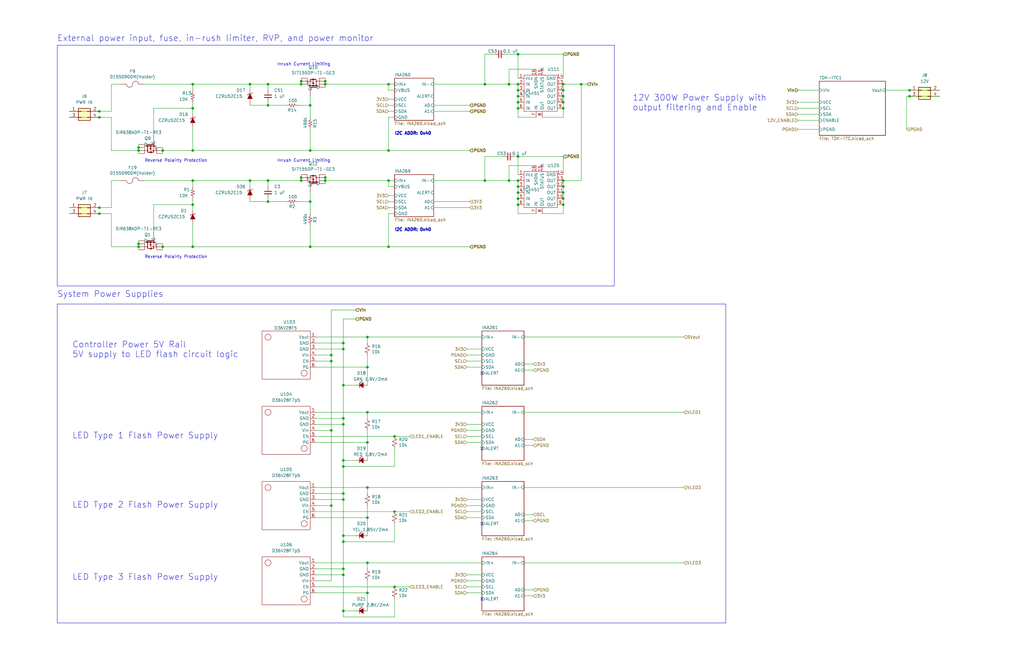
<source format=kicad_sch>
(kicad_sch (version 20230121) (generator eeschema)
  (paper "B")
  (title_block (title "BUM2 LED Controller") (date "2023-01-10") (rev "B"))
  (junction (at 237.49 81.28))
  (junction (at 154.94 237.49))
  (junction (at 218.44 81.28))
  (junction (at 218.44 40.64))
  (junction (at 130.81 44.45))
  (junction (at 237.49 45.72))
  (junction (at 144.78 147.32))
  (junction (at 41.91 87.63))
  (junction (at 218.44 78.74))
  (junction (at 214.63 35.56))
  (junction (at 127 74.93))
  (junction (at 166.37 247.65))
  (junction (at 58.42 62.23))
  (junction (at 163.83 76.2))
  (junction (at 130.81 104.14))
  (junction (at 113.03 85.09))
  (junction (at 237.49 40.64))
  (junction (at 137.16 74.93))
  (junction (at 81.28 45.72))
  (junction (at 383.54 38.1))
  (junction (at 144.78 228.6))
  (junction (at 130.81 63.5))
  (junction (at 105.41 76.2))
  (junction (at 218.44 38.1))
  (junction (at 237.49 78.74))
  (junction (at 383.54 40.64))
  (junction (at 137.16 34.29))
  (junction (at 113.03 44.45))
  (junction (at 139.7 152.4))
  (junction (at 237.49 38.1))
  (junction (at 154.94 186.69))
  (junction (at 81.28 76.2))
  (junction (at 154.94 205.74))
  (junction (at 144.78 179.07))
  (junction (at 41.91 90.17))
  (junction (at 154.94 154.94))
  (junction (at 218.44 43.18))
  (junction (at 144.78 162.56))
  (junction (at 218.44 76.2))
  (junction (at 154.94 218.44))
  (junction (at 68.58 63.5))
  (junction (at 58.42 102.87))
  (junction (at 144.78 242.57))
  (junction (at 204.47 35.56))
  (junction (at 166.37 215.9))
  (junction (at 154.94 142.24))
  (junction (at 41.91 49.53))
  (junction (at 127 34.29))
  (junction (at 144.78 240.03))
  (junction (at 127 35.56))
  (junction (at 245.11 35.56))
  (junction (at 166.37 184.15))
  (junction (at 144.78 194.31))
  (junction (at 139.7 181.61))
  (junction (at 144.78 257.81))
  (junction (at 137.16 76.2))
  (junction (at 81.28 104.14))
  (junction (at 41.91 46.99))
  (junction (at 144.78 210.82))
  (junction (at 105.41 35.56))
  (junction (at 144.78 144.78))
  (junction (at 237.49 43.18))
  (junction (at 218.44 66.04))
  (junction (at 81.28 86.36))
  (junction (at 130.81 85.09))
  (junction (at 58.42 63.5))
  (junction (at 154.94 173.99))
  (junction (at 163.83 35.56))
  (junction (at 214.63 76.2))
  (junction (at 163.83 63.5))
  (junction (at 139.7 213.36))
  (junction (at 127 76.2))
  (junction (at 154.94 250.19))
  (junction (at 81.28 35.56))
  (junction (at 218.44 22.86))
  (junction (at 113.03 35.56))
  (junction (at 68.58 104.14))
  (junction (at 58.42 104.14))
  (junction (at 81.28 63.5))
  (junction (at 137.16 35.56))
  (junction (at 139.7 149.86))
  (junction (at 218.44 45.72))
  (junction (at 218.44 83.82))
  (junction (at 144.78 226.06))
  (junction (at 237.49 86.36))
  (junction (at 144.78 176.53))
  (junction (at 144.78 196.85))
  (junction (at 237.49 35.56))
  (junction (at 113.03 76.2))
  (junction (at 144.78 208.28))
  (junction (at 204.47 76.2))
  (junction (at 163.83 104.14))
  (junction (at 237.49 83.82))
  (junction (at 218.44 86.36))
  (junction (at 218.44 35.56))
  (junction (at 237.49 76.2))
  (no_connect (at 203.2 189.23))
  (no_connect (at 228.6 69.85))
  (no_connect (at 228.6 29.21))
  (no_connect (at 203.2 157.48))
  (no_connect (at 203.2 252.73))
  (no_connect (at 203.2 220.98))
  (wire (pts (xy 139.7 130.81) (xy 139.7 149.86)))
  (wire (pts (xy 163.83 82.55) (xy 166.37 82.55)))
  (wire (pts (xy 163.83 104.14) (xy 163.83 90.17)))
  (wire (pts (xy 133.35 144.78) (xy 144.78 144.78)))
  (wire (pts (xy 166.37 189.23) (xy 166.37 196.85)))
  (wire (pts (xy 220.98 219.71) (xy 224.79 219.71)))
  (wire (pts (xy 220.98 185.42) (xy 224.79 185.42)))
  (wire (pts (xy 226.06 69.85) (xy 214.63 69.85)))
  (wire (pts (xy 245.11 35.56) (xy 247.65 35.56)))
  (wire (pts (xy 218.44 45.72) (xy 218.44 49.53)))
  (wire (pts (xy 130.81 85.09) (xy 130.81 90.17)))
  (wire (pts (xy 149.86 226.06) (xy 144.78 226.06)))
  (wire (pts (xy 81.28 35.56) (xy 105.41 35.56)))
  (polyline (pts (xy 24.13 19.05) (xy 24.13 120.65)))
  (wire (pts (xy 113.03 43.18) (xy 113.03 44.45)))
  (wire (pts (xy 220.98 173.99) (xy 288.29 173.99)))
  (wire (pts (xy 218.44 66.04) (xy 218.44 73.66)))
  (wire (pts (xy 29.21 87.63) (xy 41.91 87.63)))
  (wire (pts (xy 58.42 101.6) (xy 58.42 102.87)))
  (wire (pts (xy 336.55 45.72) (xy 345.44 45.72)))
  (wire (pts (xy 133.35 247.65) (xy 166.37 247.65)))
  (wire (pts (xy 81.28 86.36) (xy 64.77 86.36)))
  (wire (pts (xy 163.83 78.74) (xy 163.83 76.2)))
  (wire (pts (xy 154.94 142.24) (xy 203.2 142.24)))
  (wire (pts (xy 144.78 196.85) (xy 166.37 196.85)))
  (wire (pts (xy 154.94 186.69) (xy 154.94 194.31)))
  (wire (pts (xy 218.44 66.04) (xy 237.49 66.04)))
  (wire (pts (xy 163.83 38.1) (xy 163.83 35.56)))
  (wire (pts (xy 105.41 83.82) (xy 105.41 85.09)))
  (wire (pts (xy 133.35 149.86) (xy 139.7 149.86)))
  (wire (pts (xy 237.49 49.53) (xy 237.49 45.72)))
  (wire (pts (xy 218.44 83.82) (xy 218.44 86.36)))
  (wire (pts (xy 163.83 87.63) (xy 166.37 87.63)))
  (wire (pts (xy 154.94 142.24) (xy 154.94 144.78)))
  (wire (pts (xy 217.17 66.04) (xy 218.44 66.04)))
  (wire (pts (xy 245.11 76.2) (xy 245.11 35.56)))
  (wire (pts (xy 133.35 152.4) (xy 139.7 152.4)))
  (wire (pts (xy 58.42 64.77) (xy 58.42 63.5)))
  (wire (pts (xy 383.54 40.64) (xy 396.24 40.64)))
  (wire (pts (xy 46.99 90.17) (xy 46.99 104.14)))
  (wire (pts (xy 41.91 90.17) (xy 46.99 90.17)))
  (wire (pts (xy 220.98 205.74) (xy 288.29 205.74)))
  (wire (pts (xy 154.94 237.49) (xy 154.94 240.03)))
  (wire (pts (xy 214.63 29.21) (xy 226.06 29.21)))
  (wire (pts (xy 144.78 208.28) (xy 144.78 196.85)))
  (wire (pts (xy 237.49 86.36) (xy 237.49 83.82)))
  (wire (pts (xy 166.37 260.35) (xy 144.78 260.35)))
  (wire (pts (xy 220.98 156.21) (xy 224.79 156.21)))
  (wire (pts (xy 220.98 248.92) (xy 224.79 248.92)))
  (wire (pts (xy 64.77 86.36) (xy 64.77 97.79)))
  (wire (pts (xy 196.85 215.9) (xy 203.2 215.9)))
  (wire (pts (xy 166.37 247.65) (xy 172.72 247.65)))
  (wire (pts (xy 139.7 152.4) (xy 139.7 181.61)))
  (wire (pts (xy 166.37 38.1) (xy 163.83 38.1)))
  (wire (pts (xy 220.98 153.67) (xy 224.79 153.67)))
  (wire (pts (xy 218.44 86.36) (xy 218.44 90.17)))
  (wire (pts (xy 196.85 149.86) (xy 203.2 149.86)))
  (wire (pts (xy 336.55 54.61) (xy 345.44 54.61)))
  (wire (pts (xy 218.44 78.74) (xy 218.44 81.28)))
  (wire (pts (xy 196.85 218.44) (xy 203.2 218.44)))
  (wire (pts (xy 41.91 46.99) (xy 46.99 46.99)))
  (wire (pts (xy 68.58 102.87) (xy 68.58 104.14)))
  (wire (pts (xy 149.86 257.81) (xy 144.78 257.81)))
  (wire (pts (xy 137.16 76.2) (xy 163.83 76.2)))
  (wire (pts (xy 139.7 181.61) (xy 139.7 213.36)))
  (wire (pts (xy 196.85 186.69) (xy 203.2 186.69)))
  (wire (pts (xy 154.94 154.94) (xy 154.94 149.86)))
  (wire (pts (xy 196.85 179.07) (xy 203.2 179.07)))
  (wire (pts (xy 125.73 85.09) (xy 130.81 85.09)))
  (wire (pts (xy 137.16 34.29) (xy 137.16 35.56)))
  (wire (pts (xy 81.28 45.72) (xy 81.28 43.18)))
  (wire (pts (xy 149.86 130.81) (xy 139.7 130.81)))
  (wire (pts (xy 163.83 76.2) (xy 166.37 76.2)))
  (wire (pts (xy 214.63 29.21) (xy 214.63 35.56)))
  (wire (pts (xy 137.16 76.2) (xy 137.16 77.47)))
  (wire (pts (xy 133.35 215.9) (xy 166.37 215.9)))
  (wire (pts (xy 139.7 213.36) (xy 133.35 213.36)))
  (wire (pts (xy 60.96 35.56) (xy 81.28 35.56)))
  (wire (pts (xy 154.94 237.49) (xy 203.2 237.49)))
  (wire (pts (xy 105.41 76.2) (xy 105.41 78.74)))
  (wire (pts (xy 237.49 22.86) (xy 237.49 33.02)))
  (wire (pts (xy 68.58 104.14) (xy 81.28 104.14)))
  (wire (pts (xy 154.94 205.74) (xy 154.94 208.28)))
  (wire (pts (xy 139.7 245.11) (xy 133.35 245.11)))
  (wire (pts (xy 237.49 76.2) (xy 245.11 76.2)))
  (wire (pts (xy 144.78 242.57) (xy 144.78 240.03)))
  (wire (pts (xy 133.35 179.07) (xy 144.78 179.07)))
  (wire (pts (xy 130.81 40.64) (xy 130.81 44.45)))
  (wire (pts (xy 105.41 76.2) (xy 113.03 76.2)))
  (wire (pts (xy 58.42 62.23) (xy 58.42 63.5)))
  (wire (pts (xy 113.03 76.2) (xy 113.03 78.74)))
  (wire (pts (xy 166.37 215.9) (xy 172.72 215.9)))
  (wire (pts (xy 29.21 49.53) (xy 41.91 49.53)))
  (wire (pts (xy 137.16 33.02) (xy 137.16 34.29)))
  (wire (pts (xy 237.49 35.56) (xy 245.11 35.56)))
  (wire (pts (xy 113.03 35.56) (xy 113.03 38.1)))
  (wire (pts (xy 237.49 81.28) (xy 237.49 78.74)))
  (wire (pts (xy 68.58 104.14) (xy 68.58 105.41)))
  (wire (pts (xy 41.91 49.53) (xy 46.99 49.53)))
  (wire (pts (xy 58.42 102.87) (xy 58.42 104.14)))
  (polyline (pts (xy 24.13 19.05) (xy 259.08 19.05)))
  (wire (pts (xy 130.81 104.14) (xy 163.83 104.14)))
  (wire (pts (xy 220.98 217.17) (xy 224.79 217.17)))
  (wire (pts (xy 154.94 154.94) (xy 154.94 162.56)))
  (wire (pts (xy 166.37 228.6) (xy 144.78 228.6)))
  (wire (pts (xy 166.37 78.74) (xy 163.83 78.74)))
  (wire (pts (xy 163.83 49.53) (xy 166.37 49.53)))
  (polyline (pts (xy 24.13 128.27) (xy 306.07 128.27)))
  (wire (pts (xy 46.99 63.5) (xy 58.42 63.5)))
  (wire (pts (xy 218.44 76.2) (xy 218.44 78.74)))
  (wire (pts (xy 81.28 45.72) (xy 64.77 45.72)))
  (wire (pts (xy 163.83 104.14) (xy 198.12 104.14)))
  (wire (pts (xy 196.85 147.32) (xy 203.2 147.32)))
  (wire (pts (xy 154.94 218.44) (xy 154.94 226.06)))
  (wire (pts (xy 144.78 134.62) (xy 149.86 134.62)))
  (wire (pts (xy 182.88 85.09) (xy 198.12 85.09)))
  (wire (pts (xy 81.28 78.74) (xy 81.28 76.2)))
  (wire (pts (xy 81.28 48.26) (xy 81.28 45.72)))
  (wire (pts (xy 81.28 76.2) (xy 105.41 76.2)))
  (wire (pts (xy 213.36 22.86) (xy 218.44 22.86)))
  (wire (pts (xy 81.28 63.5) (xy 130.81 63.5)))
  (wire (pts (xy 237.49 38.1) (xy 237.49 35.56)))
  (polyline (pts (xy 259.08 120.65) (xy 24.13 120.65)))
  (wire (pts (xy 218.44 90.17) (xy 226.06 90.17)))
  (wire (pts (xy 228.6 49.53) (xy 237.49 49.53)))
  (wire (pts (xy 214.63 35.56) (xy 218.44 35.56)))
  (wire (pts (xy 154.94 173.99) (xy 154.94 176.53)))
  (wire (pts (xy 237.49 45.72) (xy 237.49 43.18)))
  (wire (pts (xy 154.94 181.61) (xy 154.94 186.69)))
  (wire (pts (xy 220.98 237.49) (xy 288.29 237.49)))
  (wire (pts (xy 29.21 46.99) (xy 41.91 46.99)))
  (wire (pts (xy 196.85 245.11) (xy 203.2 245.11)))
  (wire (pts (xy 163.83 44.45) (xy 166.37 44.45)))
  (wire (pts (xy 196.85 184.15) (xy 203.2 184.15)))
  (wire (pts (xy 81.28 53.34) (xy 81.28 63.5)))
  (wire (pts (xy 133.35 147.32) (xy 144.78 147.32)))
  (wire (pts (xy 144.78 194.31) (xy 149.86 194.31)))
  (wire (pts (xy 113.03 83.82) (xy 113.03 85.09)))
  (wire (pts (xy 382.27 40.64) (xy 382.27 54.61)))
  (wire (pts (xy 81.28 88.9) (xy 81.28 86.36)))
  (wire (pts (xy 137.16 35.56) (xy 137.16 36.83)))
  (wire (pts (xy 130.81 63.5) (xy 163.83 63.5)))
  (wire (pts (xy 133.35 205.74) (xy 154.94 205.74)))
  (wire (pts (xy 196.85 181.61) (xy 203.2 181.61)))
  (wire (pts (xy 166.37 252.73) (xy 166.37 260.35)))
  (wire (pts (xy 130.81 44.45) (xy 130.81 49.53)))
  (wire (pts (xy 113.03 76.2) (xy 127 76.2)))
  (wire (pts (xy 113.03 44.45) (xy 120.65 44.45)))
  (wire (pts (xy 137.16 73.66) (xy 137.16 74.93)))
  (wire (pts (xy 127 73.66) (xy 127 74.93)))
  (wire (pts (xy 139.7 213.36) (xy 139.7 245.11)))
  (wire (pts (xy 163.83 35.56) (xy 166.37 35.56)))
  (wire (pts (xy 218.44 35.56) (xy 218.44 38.1)))
  (wire (pts (xy 127 34.29) (xy 127 35.56)))
  (wire (pts (xy 133.35 240.03) (xy 144.78 240.03)))
  (wire (pts (xy 133.35 176.53) (xy 144.78 176.53)))
  (wire (pts (xy 336.55 43.18) (xy 345.44 43.18)))
  (wire (pts (xy 144.78 162.56) (xy 144.78 176.53)))
  (wire (pts (xy 68.58 63.5) (xy 68.58 64.77)))
  (polyline (pts (xy 306.07 262.89) (xy 24.13 262.89)))
  (wire (pts (xy 163.83 46.99) (xy 166.37 46.99)))
  (wire (pts (xy 196.85 250.19) (xy 203.2 250.19)))
  (wire (pts (xy 220.98 251.46) (xy 224.79 251.46)))
  (wire (pts (xy 137.16 35.56) (xy 163.83 35.56)))
  (wire (pts (xy 144.78 210.82) (xy 144.78 208.28)))
  (wire (pts (xy 68.58 62.23) (xy 68.58 63.5)))
  (wire (pts (xy 166.37 184.15) (xy 172.72 184.15)))
  (wire (pts (xy 144.78 257.81) (xy 144.78 260.35)))
  (wire (pts (xy 336.55 50.8) (xy 345.44 50.8)))
  (wire (pts (xy 105.41 35.56) (xy 113.03 35.56)))
  (wire (pts (xy 218.44 22.86) (xy 237.49 22.86)))
  (wire (pts (xy 133.35 186.69) (xy 154.94 186.69)))
  (wire (pts (xy 154.94 250.19) (xy 154.94 257.81)))
  (wire (pts (xy 237.49 90.17) (xy 237.49 86.36)))
  (wire (pts (xy 144.78 162.56) (xy 149.86 162.56)))
  (wire (pts (xy 133.35 210.82) (xy 144.78 210.82)))
  (wire (pts (xy 204.47 22.86) (xy 204.47 35.56)))
  (wire (pts (xy 237.49 40.64) (xy 237.49 38.1)))
  (wire (pts (xy 139.7 149.86) (xy 139.7 152.4)))
  (wire (pts (xy 64.77 45.72) (xy 64.77 57.15)))
  (wire (pts (xy 58.42 105.41) (xy 58.42 104.14)))
  (wire (pts (xy 182.88 46.99) (xy 198.12 46.99)))
  (wire (pts (xy 50.8 76.2) (xy 46.99 76.2)))
  (wire (pts (xy 133.35 142.24) (xy 154.94 142.24)))
  (wire (pts (xy 130.81 54.61) (xy 130.81 63.5)))
  (wire (pts (xy 214.63 76.2) (xy 218.44 76.2)))
  (wire (pts (xy 105.41 44.45) (xy 113.03 44.45)))
  (wire (pts (xy 237.49 83.82) (xy 237.49 81.28)))
  (polyline (pts (xy 24.13 128.27) (xy 24.13 262.89)))
  (wire (pts (xy 105.41 43.18) (xy 105.41 44.45)))
  (wire (pts (xy 163.83 85.09) (xy 166.37 85.09)))
  (wire (pts (xy 68.58 63.5) (xy 81.28 63.5)))
  (wire (pts (xy 133.35 250.19) (xy 154.94 250.19)))
  (wire (pts (xy 373.38 38.1) (xy 383.54 38.1)))
  (wire (pts (xy 133.35 242.57) (xy 144.78 242.57)))
  (wire (pts (xy 218.44 43.18) (xy 218.44 45.72)))
  (wire (pts (xy 204.47 35.56) (xy 214.63 35.56)))
  (wire (pts (xy 237.49 78.74) (xy 237.49 76.2)))
  (wire (pts (xy 220.98 187.96) (xy 224.79 187.96)))
  (wire (pts (xy 113.03 85.09) (xy 120.65 85.09)))
  (wire (pts (xy 163.83 41.91) (xy 166.37 41.91)))
  (wire (pts (xy 81.28 93.98) (xy 81.28 104.14)))
  (wire (pts (xy 41.91 87.63) (xy 46.99 87.63)))
  (wire (pts (xy 182.88 35.56) (xy 204.47 35.56)))
  (wire (pts (xy 182.88 87.63) (xy 198.12 87.63)))
  (wire (pts (xy 204.47 66.04) (xy 204.47 76.2)))
  (wire (pts (xy 46.99 87.63) (xy 46.99 76.2)))
  (wire (pts (xy 218.44 49.53) (xy 226.06 49.53)))
  (wire (pts (xy 218.44 38.1) (xy 218.44 40.64)))
  (wire (pts (xy 163.83 63.5) (xy 198.12 63.5)))
  (wire (pts (xy 133.35 173.99) (xy 154.94 173.99)))
  (wire (pts (xy 130.81 81.28) (xy 130.81 85.09)))
  (wire (pts (xy 383.54 40.64) (xy 382.27 40.64)))
  (wire (pts (xy 218.44 40.64) (xy 218.44 43.18)))
  (wire (pts (xy 144.78 228.6) (xy 144.78 240.03)))
  (wire (pts (xy 196.85 152.4) (xy 203.2 152.4)))
  (wire (pts (xy 133.35 181.61) (xy 139.7 181.61)))
  (wire (pts (xy 237.49 43.18) (xy 237.49 40.64)))
  (wire (pts (xy 336.55 48.26) (xy 345.44 48.26)))
  (wire (pts (xy 137.16 74.93) (xy 137.16 76.2)))
  (wire (pts (xy 46.99 104.14) (xy 58.42 104.14)))
  (wire (pts (xy 154.94 173.99) (xy 203.2 173.99)))
  (wire (pts (xy 105.41 35.56) (xy 105.41 38.1)))
  (wire (pts (xy 218.44 81.28) (xy 218.44 83.82)))
  (wire (pts (xy 144.78 242.57) (xy 144.78 257.81)))
  (wire (pts (xy 163.83 90.17) (xy 166.37 90.17)))
  (wire (pts (xy 144.78 226.06) (xy 144.78 228.6)))
  (polyline (pts (xy 306.07 128.27) (xy 306.07 262.89)))
  (wire (pts (xy 144.78 147.32) (xy 144.78 162.56)))
  (wire (pts (xy 144.78 196.85) (xy 144.78 194.31)))
  (wire (pts (xy 113.03 35.56) (xy 127 35.56)))
  (wire (pts (xy 383.54 38.1) (xy 396.24 38.1)))
  (wire (pts (xy 204.47 76.2) (xy 214.63 76.2)))
  (wire (pts (xy 60.96 76.2) (xy 81.28 76.2)))
  (wire (pts (xy 228.6 90.17) (xy 237.49 90.17)))
  (wire (pts (xy 154.94 205.74) (xy 203.2 205.74)))
  (wire (pts (xy 196.85 210.82) (xy 203.2 210.82)))
  (wire (pts (xy 204.47 22.86) (xy 208.28 22.86)))
  (wire (pts (xy 144.78 179.07) (xy 144.78 176.53)))
  (wire (pts (xy 105.41 85.09) (xy 113.03 85.09)))
  (wire (pts (xy 130.81 95.25) (xy 130.81 104.14)))
  (wire (pts (xy 133.35 208.28) (xy 144.78 208.28)))
  (wire (pts (xy 163.83 63.5) (xy 163.83 49.53)))
  (wire (pts (xy 81.28 86.36) (xy 81.28 83.82)))
  (wire (pts (xy 127 74.93) (xy 127 76.2)))
  (wire (pts (xy 50.8 35.56) (xy 46.99 35.56)))
  (wire (pts (xy 196.85 242.57) (xy 203.2 242.57)))
  (wire (pts (xy 196.85 247.65) (xy 203.2 247.65)))
  (wire (pts (xy 29.21 90.17) (xy 41.91 90.17)))
  (wire (pts (xy 182.88 44.45) (xy 198.12 44.45)))
  (wire (pts (xy 133.35 184.15) (xy 166.37 184.15)))
  (wire (pts (xy 125.73 44.45) (xy 130.81 44.45)))
  (wire (pts (xy 133.35 237.49) (xy 154.94 237.49)))
  (wire (pts (xy 336.55 38.1) (xy 345.44 38.1)))
  (wire (pts (xy 220.98 142.24) (xy 288.29 142.24)))
  (wire (pts (xy 81.28 104.14) (xy 130.81 104.14)))
  (wire (pts (xy 212.09 66.04) (xy 204.47 66.04)))
  (wire (pts (xy 144.78 210.82) (xy 144.78 226.06)))
  (wire (pts (xy 214.63 69.85) (xy 214.63 76.2)))
  (polyline (pts (xy 259.08 19.05) (xy 259.08 120.65)))
  (wire (pts (xy 196.85 154.94) (xy 203.2 154.94)))
  (wire (pts (xy 46.99 49.53) (xy 46.99 63.5)))
  (wire (pts (xy 144.78 194.31) (xy 144.78 179.07)))
  (wire (pts (xy 154.94 213.36) (xy 154.94 218.44)))
  (wire (pts (xy 81.28 38.1) (xy 81.28 35.56)))
  (wire (pts (xy 218.44 22.86) (xy 218.44 33.02)))
  (wire (pts (xy 133.35 154.94) (xy 154.94 154.94)))
  (wire (pts (xy 237.49 66.04) (xy 237.49 73.66)))
  (wire (pts (xy 166.37 220.98) (xy 166.37 228.6)))
  (wire (pts (xy 182.88 76.2) (xy 204.47 76.2)))
  (wire (pts (xy 154.94 245.11) (xy 154.94 250.19)))
  (wire (pts (xy 46.99 46.99) (xy 46.99 35.56)))
  (wire (pts (xy 144.78 147.32) (xy 144.78 144.78)))
  (wire (pts (xy 127 33.02) (xy 127 34.29)))
  (wire (pts (xy 58.42 60.96) (xy 58.42 62.23)))
  (wire (pts (xy 144.78 144.78) (xy 144.78 134.62)))
  (wire (pts (xy 196.85 213.36) (xy 203.2 213.36)))
  (wire (pts (xy 133.35 218.44) (xy 154.94 218.44)))
  (text "LED Type 2 Flash Power Supply" (at 30.48 214.63 0) (effects (font (size 2.54 2.54)) (justify left bottom)))
  (text "Reverse Polairty Protection" (at 60.96 109.22 0) (effects (font (size 1.27 1.27)) (justify left bottom)))
  (text "I2C ADDR: 0x40" (at 166.37 97.79 0) (effects (font (size 1.27 1.27) (thickness 0.508) bold) (justify left bottom)))
  (text "12V 300W Power Supply with\noutput filtering and Enable" (at 266.7 46.99 0) (effects (font (size 2.54 2.54)) (justify left bottom)))
  (text "I2C ADDR: 0x40" (at 166.37 57.15 0) (effects (font (size 1.27 1.27) (thickness 0.508) bold) (justify left bottom)))
  (text "Controller Power 5V Rail\n5V supply to LED flash circuit logic" (at 30.48 151.13 0) (effects (font (size 2.54 2.54)) (justify left bottom)))
  (text "Inrush Current Limiting" (at 116.84 68.58 0) (effects (font (size 1.27 1.27)) (justify left bottom)))
  (text "Inrush Current Limiting" (at 116.84 27.94 0) (effects (font (size 1.27 1.27)) (justify left bottom)))
  (text "Reverse Polairty Protection" (at 60.96 68.58 0) (effects (font (size 1.27 1.27)) (justify left bottom)))
  (text "External power input, fuse, in-rush limiter, RVP, and power monitor" (at 24.13 17.78 0) (effects (font (size 2.54 2.54)) (justify left bottom)))
  (text "System Power Supplies" (at 24.13 125.73 0) (effects (font (size 2.54 2.54)) (justify left bottom)))
  (text "LED Type 1 Flash Power Supply" (at 30.48 185.42 0) (effects (font (size 2.54 2.54)) (justify left bottom)))
  (text "LED Type 3 Flash Power Supply" (at 30.48 245.11 0) (effects (font (size 2.54 2.54)) (justify left bottom)))
  (hierarchical_label "VLED2" (shape input) (at 288.29 205.74 0))
  (hierarchical_label "VLED1" (shape input) (at 288.29 173.99 0))
  (hierarchical_label "SCL" (shape input) (at 163.83 85.09 180))
  (hierarchical_label "Vin" (shape input) (at 149.86 130.81 0) (effects (font bold)))
  (hierarchical_label "3V3" (shape input) (at 196.85 242.57 180))
  (hierarchical_label "3V3" (shape input) (at 224.79 251.46 0))
  (hierarchical_label "SCL" (shape input) (at 196.85 215.9 180))
  (hierarchical_label "3V3" (shape input) (at 196.85 210.82 180))
  (hierarchical_label "PGND" (shape input) (at 224.79 156.21 0))
  (hierarchical_label "3V3" (shape input) (at 196.85 147.32 180))
  (hierarchical_label "SDA" (shape input) (at 163.83 87.63 180))
  (hierarchical_label "PGND" (shape input) (at 224.79 187.96 0))
  (hierarchical_label "5Vout" (shape input) (at 288.29 142.24 0))
  (hierarchical_label "SDA" (shape input) (at 196.85 154.94 180))
  (hierarchical_label "3V3" (shape input) (at 163.83 82.55 180))
  (hierarchical_label "3V3" (shape input) (at 336.55 43.18 180))
  (hierarchical_label "SDA" (shape input) (at 336.55 48.26 180))
  (hierarchical_label "PGND" (shape input) (at 382.27 54.61 0))
  (hierarchical_label "PGND" (shape input) (at 224.79 219.71 0))
  (hierarchical_label "PGND" (shape input) (at 198.12 44.45 0) (effects (font bold)))
  (hierarchical_label "3V3" (shape input) (at 196.85 179.07 180))
  (hierarchical_label "VLED3" (shape input) (at 288.29 237.49 0))
  (hierarchical_label "SDA" (shape input) (at 224.79 185.42 0))
  (hierarchical_label "3V3" (shape input) (at 198.12 85.09 0))
  (hierarchical_label "PGND" (shape input) (at 198.12 63.5 0) (effects (font bold)))
  (hierarchical_label "Vin" (shape input) (at 336.55 38.1 180) (effects (font bold)))
  (hierarchical_label "SDA" (shape input) (at 196.85 250.19 180))
  (hierarchical_label "SDA" (shape input) (at 196.85 186.69 180))
  (hierarchical_label "PGND" (shape input) (at 237.49 66.04 0) (effects (font bold)))
  (hierarchical_label "PGND" (shape input) (at 149.86 134.62 0) (effects (font bold)))
  (hierarchical_label "PGND" (shape input) (at 198.12 46.99 0) (effects (font bold)))
  (hierarchical_label "PGND" (shape input) (at 237.49 22.86 0) (effects (font bold)))
  (hierarchical_label "PGND" (shape input) (at 224.79 248.92 0))
  (hierarchical_label "PGND" (shape input) (at 198.12 104.14 0) (effects (font bold)))
  (hierarchical_label "LED1_ENABLE" (shape input) (at 172.72 184.15 0))
  (hierarchical_label "3V3" (shape input) (at 224.79 153.67 0))
  (hierarchical_label "3V3" (shape input) (at 163.83 41.91 180))
  (hierarchical_label "SCL" (shape input) (at 224.79 217.17 0))
  (hierarchical_label "LED2_ENABLE" (shape input) (at 172.72 215.9 0))
  (hierarchical_label "PGND" (shape input) (at 336.55 54.61 180))
  (hierarchical_label "Vin" (shape input) (at 247.65 35.56 0) (effects (font bold)))
  (hierarchical_label "SCL" (shape input) (at 196.85 247.65 180))
  (hierarchical_label "SCL" (shape input) (at 196.85 152.4 180))
  (hierarchical_label "PGND" (shape input) (at 196.85 245.11 180))
  (hierarchical_label "SCL" (shape input) (at 163.83 44.45 180))
  (hierarchical_label "PGND" (shape input) (at 196.85 181.61 180))
  (hierarchical_label "3V3" (shape input) (at 198.12 87.63 0))
  (hierarchical_label "PGND" (shape input) (at 196.85 149.86 180))
  (hierarchical_label "SCL" (shape input) (at 336.55 45.72 180))
  (hierarchical_label "SDA" (shape input) (at 163.83 46.99 180))
  (hierarchical_label "SDA" (shape input) (at 196.85 218.44 180))
  (hierarchical_label "12V_ENABLE" (shape input) (at 336.55 50.8 180))
  (hierarchical_label "PGND" (shape input) (at 196.85 213.36 180))
  (hierarchical_label "SCL" (shape input) (at 196.85 184.15 180))
  (hierarchical_label "LED3_ENABLE" (shape input) (at 172.72 247.65 0))
  (symbol (lib_id "Dual-Mag-Camera-Control-rescue:Resistor_small-SPC-Control-rescue") (at 123.19 44.45 270) (unit 1)
    (property "Reference" "R14" (at 123.19 46.482 90))
    (property "Value" "100" (at 123.444 42.418 90))
    (property "Footprint" "Resistor_SMD:R_0603_1608Metric" (effects hide))
    (property "Datasheet" "https://www.seielect.com/catalog/sei-rmcf_rmcp.pdf" (effects hide))
    (property "Part Number" "RMCF0603FT100RCT-ND " (effects hide))
    (property "Supplier" "Digikey" (effects hide))
    (property "Link" "https://www.digikey.com/en/products/detail/stackpole-electronics-inc/RMCF0603FT100R/1761113" (effects hide))
  )
  (symbol (lib_id "Dual-Mag-Camera-Control-rescue:C_Small-SPC-Control-rescue") (at 113.03 40.64 0) (unit 1)
    (property "Reference" "C51" (at 115.57 38.1 0) (effects (justify left)))
    (property "Value" "1 uF" (at 115.57 40.64 0) (effects (justify left)))
    (property "Footprint" "Capacitor_SMD:C_0603_1608Metric" (effects hide))
    (property "Datasheet" "https://88ce57.p3cdn1.secureserver.net/wp-content/uploads/2023/01/gmc_series.pdf" (effects hide))
    (property "Part Number" "2571-GMC10X7R105K50NTTR-ND" (effects hide))
    (property "Supplier" "Digikey" (effects hide))
    (property "Link" "https://www.digikey.com/en/products/detail/cal-chip-electronics-inc/GMC10X7R105K50NT/13908847" (effects hide))
  )
  (symbol (lib_id "Dual-Mag-Camera-Control-rescue:SiSA72DN-ProjectDevices") (at 63.5 63.5 90) (mirror x) (unit 1)
    (property "Reference" "Q9" (at 62.23 58.42 90))
    (property "Value" "SIR638ADP-T1-RE3" (at 58.42 55.88 90))
    (property "Footprint" "Package_SO:PowerPAK_SO-8_Single" (effects hide))
    (property "Datasheet" "https://www.vishay.com/docs/75297/sir638adp.pdf" (effects hide))
    (property "Part Number" "SIR638ADP-T1-RE3CT-ND" (effects hide))
    (property "Supplier" "Digikey" (effects hide))
    (property "Link" "https://www.digikey.com/en/products/detail/vishay-siliconix/SIR638ADP-T1-RE3/7616342" (effects hide))
  )
  (symbol (lib_id "Dual-Mag-Camera-Control-rescue:ZENERsmall-RESCUE-PowerControlBoard-SPC-Control-rescue-DeathStar-rescue-BUMP-Control-rescue") (at 81.28 50.8 270) (unit 1)
    (property "Reference" "D16" (at 77.47 48.26 90))
    (property "Value" "CZRU52C15" (at 72.39 50.8 90))
    (property "Footprint" "Diode_SMD:D_0603_1608Metric_Pad1.05x0.95mm_HandSolder" (effects hide))
    (property "Datasheet" "https://media.digikey.com/pdf/Data%20Sheets/Comchip%20PDFs/CZRU52C2-CZRU52C39_DS.pdf" (effects hide))
    (property "Part Number" "641-1040-1-ND" (effects hide))
    (property "Supplier" "Digikey" (effects hide))
    (property "Link" "https://www.digikey.com/en/products/detail/comchip-technology/CZRU52C15/1121072?s=N4IgjCBcpgbFoDGUBmBDANgZwKYBoQB7KAbXFgA5ZYBOEAXQIAcAXKEAZRYCcBLAOwDmIAL4EaAJgAMCEMkjps%2BIqXABWAAQA1BszaQQAVX68WAeRQBZHGiwBXbjlEEAtBNnyed5cUhk1DCJiIO5%2BIABeOPw43BoAJryEcThYgUA" (effects hide))
  )
  (symbol (lib_id "Dual-Mag-Camera-Control-rescue:Resistor_small-SPC-Control-rescue-DeathStar-rescue-BUMP-Control-rescue") (at 81.28 40.64 0) (unit 1)
    (property "Reference" "R13" (at 78.74 39.37 0))
    (property "Value" "10K" (at 77.47 41.91 0))
    (property "Footprint" "Resistor_SMD:R_0603_1608Metric" (effects hide))
    (property "Datasheet" "https://www.yageo.com/upload/media/product/productsearch/datasheet/rchip/PYu-AC_51_RoHS_L_9.pdf" (effects hide))
    (property "Part Number" "311-10KLDCT-ND" (effects hide))
    (property "Supplier" "Digikey" (effects hide))
    (property "Link" "https://www.digikey.com/en/products/detail/yageo/AC0603FR-0710KL/2827814" (effects hide))
  )
  (symbol (lib_id "Dual-Mag-Camera-Control-rescue:Resistor_small-SPC-Control-rescue") (at 130.81 52.07 0) (unit 1)
    (property "Reference" "R15" (at 132.842 52.07 90))
    (property "Value" "499k" (at 128.778 51.816 90))
    (property "Footprint" "Resistor_SMD:R_0603_1608Metric" (effects hide))
    (property "Datasheet" "https://www.digikey.com/en/product-highlight/y/yageo/thin-film-chip-resistors" (effects hide))
    (property "Part Number" "YAG4565CT-ND" (effects hide))
    (property "Supplier" "Digikey" (effects hide))
    (property "Link" "https://www.digikey.com/product-detail/en/yageo/RT0603BRD07499KL/YAG4565CT-ND/6616721" (effects hide))
  )
  (symbol (lib_id "Dual-Mag-Camera-Control-rescue:01550900M(Holder)-ProjectDevices") (at 55.88 35.56 0) (unit 1)
    (property "Reference" "F9" (at 55.88 30.099 0))
    (property "Value" "01550900M(Holder)" (at 55.88 32.4104 0))
    (property "Footprint" "ProjectFootprints:01550900M" (effects hide))
    (property "Datasheet" "https://www.littelfuse.com/~/media/electronics/datasheets/fuses/littelfuse_fuse_154_154t_154l_154tl_datasheet.pdf.pdf" (effects hide))
    (property "Part Number" "F1889-ND" (effects hide))
    (property "Supplier" "Digikey" (effects hide))
    (property "Link" "https://www.digikey.com/products/en/circuit-protection/fuseholders/140?k=little%20fuse%20nano" (effects hide))
  )
  (symbol (lib_id "Dual-Mag-Camera-Control-rescue:Si7463DP-ProjectDevices") (at 132.08 34.29 90) (unit 1)
    (property "Reference" "Q10" (at 132.08 28.4226 90))
    (property "Value" "SI7155DP-T1-GE3" (at 132.08 30.734 90))
    (property "Footprint" "Package_SO:PowerPAK_SO-8_Single" (effects hide))
    (property "Datasheet" "https://www.vishay.com/docs/75769/si7155dp.pdf" (effects hide))
    (property "Part Number" "SI7155DP-T1-GE3CT-ND" (effects hide))
    (property "Supplier" "Digikey" (effects hide))
    (property "Link" "https://www.digikey.com/en/products/detail/vishay-siliconix/SI7155DP-T1-GE3/8572024?s=N4IgjCBcpgbFoDGUBmBDANgZwKYBoQB7KAbRAGYAOATgFZYB2EAXQIAcAXKEAZQ4CcAlgDsA5iAC%2BBWAAZ40EMkjps%2BIqQqVaYGeRbsukXgJHipIWGABMCRaky4CxSGTANYVhrRAE3scjIyPuAMDOQALN6%2BDNRg5HoEVnJg4RCJOmDU4cFW4ZRaUSBW5JkMQYnatF45tCVxNakylMF51DLhCUWw1IxMiVlVfUXUZW05IwxwwbD0ucGUYVTzubLB1MXh1GvFsPAEI7rZ%2B2X0wTrknoXn8c2%2B1uGpZ-e0NqwgnNx8QmKSiXLNCiUKkc6hcIHCMgABAA1fTvQwgACqwkEHAA8igALI4NBYACu-BwvxAAFobICoAI8WpnGRvMwJIygA" (effects hide))
  )
  (symbol (lib_id "Project-Symbols:LTC4451") (at 220.98 80.01 0) (unit 1)
    (property "Reference" "U125" (at 230.7941 69.85 0) (effects (justify left)))
    (property "Value" "LTC4451" (at 223.52 80.01 0))
    (property "Footprint" "ProjectFootprints:LTC4451" (effects hide))
    (property "Datasheet" "https://www.analog.com/media/en/technical-documentation/data-sheets/ltc4451.pdf" (effects hide))
    (property "Part Number" "505-LTC4451AV#TRPBFCT-ND" (effects hide))
    (property "Supplier" "Digikey" (effects hide))
    (property "Link" "https://www.digikey.com/en/products/detail/analog-devices-inc/LTC4451AV-TRPBF/15848891" (effects hide))
  )
  (symbol (lib_id "Project-Symbols:LTC4451") (at 220.98 39.37 0) (unit 1)
    (property "Reference" "U111" (at 230.7941 29.21 0) (effects (justify left)))
    (property "Value" "LTC4451" (at 223.52 39.37 0))
    (property "Footprint" "ProjectFootprints:LTC4451" (effects hide))
    (property "Datasheet" "https://www.analog.com/media/en/technical-documentation/data-sheets/ltc4451.pdf" (effects hide))
    (property "Part Number" "505-LTC4451AV#TRPBFCT-ND" (effects hide))
    (property "Supplier" "Digikey" (effects hide))
    (property "Link" "https://www.digikey.com/en/products/detail/analog-devices-inc/LTC4451AV-TRPBF/15848891" (effects hide))
  )
  (symbol (lib_id "Dual-Mag-Camera-Control-rescue:Resistor_small-SPC-Control-rescue") (at 130.81 92.71 0) (unit 1)
    (property "Reference" "R3" (at 132.842 92.71 90))
    (property "Value" "499k" (at 128.778 92.456 90))
    (property "Footprint" "Resistor_SMD:R_0603_1608Metric" (effects hide))
    (property "Datasheet" "https://www.digikey.com/en/product-highlight/y/yageo/thin-film-chip-resistors" (effects hide))
    (property "Part Number" "YAG4565CT-ND" (effects hide))
    (property "Supplier" "Digikey" (effects hide))
    (property "Link" "https://www.digikey.com/product-detail/en/yageo/RT0603BRD07499KL/YAG4565CT-ND/6616721" (effects hide))
  )
  (symbol (lib_id "Device:LED_Small_ALT") (at 152.4 194.31 0) (unit 1)
    (property "Reference" "D19" (at 152.4 189.23 0))
    (property "Value" "RED 1.8V/2mA" (at 156.21 191.77 0))
    (property "Footprint" "LED_SMD:LED_0603_1608Metric" (effects hide))
    (property "Datasheet" "https://mm.digikey.com/Volume0/opasdata/d220001/medias/docus/693/SM0603HCL_RevA_05-11.pdf" (effects hide))
    (property "Part Number" "492-2524-1-ND" (effects hide))
    (property "Supplier" "Digikey" (effects hide))
    (property "Link" "https://www.digikey.com/en/products/detail/bivar-inc/SM0603HCL/3095516?s=N4IgjCBcpgbFoDGUBmBDANgZwKYBoQB7KAbRAGYBOAJgBZ4BdAgBwBcoQBlVgJwEsAdgHMQAXwLkA7AhDJI6bPiKkKlAKzUwlEExBsO3fsLEE1tcjLkLcBYpDJwAHNQAMjFu0hdegkeJCUsNrQsqiYNsr2INSwLm7auvpehr4mIAC01JZQvACuSnZkajqi-llRADIAogAiJUA" (effects hide))
  )
  (symbol (lib_id "Device:LED_Small_ALT") (at 152.4 257.81 0) (unit 1)
    (property "Reference" "D21" (at 152.4 252.73 0))
    (property "Value" "PURP 2.8V/2mA" (at 156.21 255.27 0))
    (property "Footprint" "LED_SMD:LED_0603_1608Metric" (effects hide))
    (property "Datasheet" "https://mm.digikey.com/Volume0/opasdata/d220001/medias/docus/5554/CTL0603FPU1T.pdf" (effects hide))
    (property "Part Number" "2679-CTL0603FPU1T-CT-ND" (effects hide))
    (property "Supplier" "Digikey" (effects hide))
    (property "Link" "https://www.digikey.com/en/products/detail/venkel/CTL0603FPU1T-CT/21528259?s=N4IgjCBcpgbFoDGUBmBDANgZwKYBoQB7KAbRAGYBOAJgBZ4BdAgBwBcoQBlVgJwEsAdgHMQAXwLkA7AhDJI6bPiKkKlAAwAOcrRBMQbDt37CxBALTUZc3gFclxSGQCsu0eJCXHIADIBRACKuQA" (effects hide))
  )
  (symbol (lib_id "ProjectDevices:D36V28F7p5") (at 120.65 180.34 0) (unit 1)
    (property "Reference" "U104" (at 120.65 166.37 0))
    (property "Value" "D36V28F7p5" (at 120.65 168.91 0))
    (property "Footprint" "ProjectFootprints:D36V28F5" (effects hide))
    (property "Datasheet" "https://www.pololu.com/product-info-merged/3784" (effects hide))
    (property "Part Number" "2183-3784-ND" (effects hide))
    (property "Supplier" "Digikey" (effects hide))
    (property "Link" "https://www.digikey.com/en/products/detail/pololu-corporation/3784/10451211?s=N4IgjCBcpgrATLKoDGUBmBDANgZwKYA0IA9lANojwDsADNbEgLrEAOALlCAMrsBOASwB2AcxABfYgFp4yEGkj8ArkVIUQzcZKrqAIgGYAbADV4ADhBNxQA" (effects hide))
  )
  (symbol (lib_id "Connector_Generic:Conn_02x02_Odd_Even") (at 34.29 87.63 0) (unit 1)
    (property "Reference" "J7" (at 35.56 81.28 0))
    (property "Value" "PWR IN" (at 35.56 83.82 0))
    (property "Footprint" "ProjectFootprints:009276004021006" (effects hide))
    (property "Datasheet" "https://datasheets.kyocera-avx.com/PokeHomeHorizontal_00-9276.pdf" (effects hide))
    (property "Part Number" "478-009276004021006CT-ND" (effects hide))
    (property "Supplier" "Digikey" (effects hide))
    (property "Link" "https://www.digikey.com/en/products/detail/kyocera-avx/009276004021006/11308014?s=N4IgjCBcoMwOxVAYygMwIYBsDOBTANCAPZQDaIMYAnFQExUgC6hADgC5QgDKbATgJYA7AOYgAvoQAcDaCBSQMOAsTIgqAFloAGEISpxaANiasOkbnyGiJISVtqI5aLHkIlI5GAFZDYTSZB2Th4BEXFCMC04L0d5RVcVDxBtSkMEZkCzC1DrCPVJBFk4l2V3cnUtLUMvB0IKqq8Yusrq42aGyQCg8xCrcOSwRtjnJTdVQwACAEFdcC1p2e0FjO6QAFVBfjYAeVQAWVx0bABXXlx%2BgFoHIqg%2BY9LVGMYbC4gbhRKxpPU4Tueba7kNi4XgAWyEWCYYiAA" (effects hide))
  )
  (symbol (lib_id "ProjectDevices:D36V28F7p5") (at 120.65 212.09 0) (unit 1)
    (property "Reference" "U105" (at 120.65 198.12 0))
    (property "Value" "D36V28F7p5" (at 120.65 200.66 0))
    (property "Footprint" "ProjectFootprints:D36V28F5" (effects hide))
    (property "Datasheet" "https://www.pololu.com/product-info-merged/3784" (effects hide))
    (property "Part Number" "2183-3784-ND" (effects hide))
    (property "Supplier" "Digikey" (effects hide))
    (property "Link" "https://www.digikey.com/en/products/detail/pololu-corporation/3784/10451211?s=N4IgjCBcpgrATLKoDGUBmBDANgZwKYA0IA9lANojwDsADNbEgLrEAOALlCAMrsBOASwB2AcxABfYgFp4yEGkj8ArkVIUQzcZKrqAIgGYAbADV4ADhBNxQA" (effects hide))
  )
  (symbol (lib_id "Dual-Mag-Camera-Control-rescue:ZENERsmall-RESCUE-PowerControlBoard-SPC-Control-rescue-DeathStar-rescue-BUMP-Control-rescue") (at 105.41 81.28 270) (unit 1)
    (property "Reference" "D36" (at 101.6 78.74 90))
    (property "Value" "CZRU52C15" (at 96.52 81.28 90))
    (property "Footprint" "Diode_SMD:D_0603_1608Metric_Pad1.05x0.95mm_HandSolder" (effects hide))
    (property "Datasheet" "https://media.digikey.com/pdf/Data%20Sheets/Comchip%20PDFs/CZRU52C2-CZRU52C39_DS.pdf" (effects hide))
    (property "Part Number" "641-1040-1-ND" (effects hide))
    (property "Supplier" "Digikey" (effects hide))
    (property "Link" "https://www.digikey.com/en/products/detail/comchip-technology/CZRU52C15/1121072?s=N4IgjCBcpgbFoDGUBmBDANgZwKYBoQB7KAbXFgA5ZYBOEAXQIAcAXKEAZRYCcBLAOwDmIAL4EaAJgAMCEMkjps%2BIqXABWAAQA1BszaQQAVX68WAeRQBZHGiwBXbjlEEAtBNnyed5cUhk1DCJiIO5%2BIABeOPw43BoAJryEcThYgUA" (effects hide))
  )
  (symbol (lib_id "Device:R_Small_US") (at 154.94 242.57 180) (unit 1)
    (property "Reference" "R19" (at 156.6672 241.4016 0) (effects (justify right)))
    (property "Value" "10k" (at 156.6672 243.713 0) (effects (justify right)))
    (property "Footprint" "Resistor_SMD:R_0603_1608Metric" (effects hide))
    (property "Datasheet" "https://www.te.com/commerce/DocumentDelivery/DDEController?Action=srchrtrv&DocNm=1773204&DocType=DS&DocLang=English" (effects hide))
    (property "Link" "https://www.digikey.com/en/products/detail/te-connectivity-passive-product/CRG0603F10K/2055639?s=N4IgTCBcDaIIIEYAMA2JAWAHAYQCoFoA5AERAF0BfIA" (effects hide))
    (property "Part Number" "A106048CT-ND" (effects hide))
    (property "Supplier" "Digikey" (effects hide))
  )
  (symbol (lib_id "EyeRIS-LRAUV-Control-rescue:C_Small-SPC-Control-rescue-EyeRIS-LRAUV-Control-rescue") (at 214.63 66.04 270) (unit 1)
    (property "Reference" "C53" (at 209.55 64.77 90) (effects (justify left)))
    (property "Value" "0.1 uF" (at 215.9 64.77 90) (effects (justify left)))
    (property "Footprint" "Capacitor_SMD:C_0603_1608Metric" (effects hide))
    (property "Datasheet" "http://www.samsungsem.com/kr/support/product-search/mlcc/CL10B104KB8NNNL.jsp" (effects hide))
    (property "Link" "https://www.digikey.com/en/products/detail/samsung-electro-mechanics/CL10B104KB8NNNL/3894274" (effects hide))
    (property "Part Number" "1276-CL10B104KB8NNNLCT-ND" (effects hide))
    (property "Supplier" "Digikey" (effects hide))
    (instances (project "System-Controller-UVC" (path "" (reference "C53") (unit 1)) (path "" (reference "C58") (unit 1)) (path "" (reference "C60") (unit 1)) (path "" (reference "C62") (unit 1)) (path "" (reference "C64") (unit 1)) (path "" (reference "C2") (unit 1)) (path "" (reference "C5") (unit 1))))
  )
  (symbol (lib_id "Device:LED_Small_ALT") (at 152.4 226.06 0) (unit 1)
    (property "Reference" "D20" (at 152.4 220.98 0))
    (property "Value" "YEL 1.85V/2mA" (at 156.21 223.52 0))
    (property "Footprint" "LED_SMD:LED_0603_1608Metric" (effects hide))
    (property "Datasheet" "https://www.kingbrightusa.com/images/catalog/SPEC/APTD1608LSYCK-J3-PF.pdf" (effects hide))
    (property "Part Number" "754-1947-1-ND" (effects hide))
    (property "Supplier" "Digikey" (effects hide))
    (property "Link" "https://www.digikey.com/en/products/detail/kingbright/APTD1608LSYCK-J3-PF/5177448" (effects hide))
  )
  (symbol (lib_id "Dual-Mag-Camera-Control-rescue:C_Small-SPC-Control-rescue") (at 113.03 81.28 0) (unit 1)
    (property "Reference" "C3" (at 115.57 78.74 0) (effects (justify left)))
    (property "Value" "1 uF" (at 115.57 81.28 0) (effects (justify left)))
    (property "Footprint" "Capacitor_SMD:C_0603_1608Metric" (effects hide))
    (property "Datasheet" "https://88ce57.p3cdn1.secureserver.net/wp-content/uploads/2023/01/gmc_series.pdf" (effects hide))
    (property "Part Number" "2571-GMC10X7R105K50NTTR-ND" (effects hide))
    (property "Supplier" "Digikey" (effects hide))
    (property "Link" "https://www.digikey.com/en/products/detail/cal-chip-electronics-inc/GMC10X7R105K50NT/13908847" (effects hide))
  )
  (symbol (lib_id "Device:R_Small_US") (at 154.94 179.07 180) (unit 1)
    (property "Reference" "R17" (at 156.6672 177.9016 0) (effects (justify right)))
    (property "Value" "10k" (at 156.6672 180.213 0) (effects (justify right)))
    (property "Footprint" "Resistor_SMD:R_0603_1608Metric" (effects hide))
    (property "Datasheet" "https://www.te.com/commerce/DocumentDelivery/DDEController?Action=srchrtrv&DocNm=1773204&DocType=DS&DocLang=English" (effects hide))
    (property "Link" "https://www.digikey.com/en/products/detail/te-connectivity-passive-product/CRG0603F10K/2055639?s=N4IgTCBcDaIIIEYAMA2JAWAHAYQCoFoA5AERAF0BfIA" (effects hide))
    (property "Part Number" "A106048CT-ND" (effects hide))
    (property "Supplier" "Digikey" (effects hide))
  )
  (symbol (lib_id "ProjectDevices:D36V28F7p5") (at 120.65 243.84 0) (unit 1)
    (property "Reference" "U106" (at 120.65 229.87 0))
    (property "Value" "D36V28F7p5" (at 120.65 232.41 0))
    (property "Footprint" "ProjectFootprints:D36V28F5" (effects hide))
    (property "Datasheet" "https://www.pololu.com/product-info-merged/3784" (effects hide))
    (property "Part Number" "2183-3784-ND" (effects hide))
    (property "Supplier" "Digikey" (effects hide))
    (property "Link" "https://www.digikey.com/en/products/detail/pololu-corporation/3784/10451211?s=N4IgjCBcpgrATLKoDGUBmBDANgZwKYA0IA9lANojwDsADNbEgLrEAOALlCAMrsBOASwB2AcxABfYgFp4yEGkj8ArkVIUQzcZKrqAIgGYAbADV4ADhBNxQA" (effects hide))
  )
  (symbol (lib_id "EyeRIS-LRAUV-Control-rescue:C_Small-SPC-Control-rescue-EyeRIS-LRAUV-Control-rescue") (at 210.82 22.86 270) (unit 1)
    (property "Reference" "C53" (at 205.74 21.59 90) (effects (justify left)))
    (property "Value" "0.1 uF" (at 212.09 21.59 90) (effects (justify left)))
    (property "Footprint" "Capacitor_SMD:C_0603_1608Metric" (effects hide))
    (property "Datasheet" "http://www.samsungsem.com/kr/support/product-search/mlcc/CL10B104KB8NNNL.jsp" (effects hide))
    (property "Link" "https://www.digikey.com/en/products/detail/samsung-electro-mechanics/CL10B104KB8NNNL/3894274" (effects hide))
    (property "Part Number" "1276-CL10B104KB8NNNLCT-ND" (effects hide))
    (property "Supplier" "Digikey" (effects hide))
    (instances (project "System-Controller-UVC" (path "" (reference "C53") (unit 1)) (path "" (reference "C58") (unit 1)) (path "" (reference "C60") (unit 1)) (path "" (reference "C62") (unit 1)) (path "" (reference "C64") (unit 1)) (path "" (reference "C2") (unit 1)) (path "" (reference "C4") (unit 1))))
  )
  (symbol (lib_id "Device:R_Small_US") (at 154.94 210.82 180) (unit 1)
    (property "Reference" "R18" (at 156.6672 209.6516 0) (effects (justify right)))
    (property "Value" "10k" (at 156.6672 211.963 0) (effects (justify right)))
    (property "Footprint" "Resistor_SMD:R_0603_1608Metric" (effects hide))
    (property "Datasheet" "https://www.te.com/commerce/DocumentDelivery/DDEController?Action=srchrtrv&DocNm=1773204&DocType=DS&DocLang=English" (effects hide))
    (property "Link" "https://www.digikey.com/en/products/detail/te-connectivity-passive-product/CRG0603F10K/2055639?s=N4IgTCBcDaIIIEYAMA2JAWAHAYQCoFoA5AERAF0BfIA" (effects hide))
    (property "Part Number" "A106048CT-ND" (effects hide))
    (property "Supplier" "Digikey" (effects hide))
  )
  (symbol (lib_id "Dual-Mag-Camera-Control-rescue:ZENERsmall-RESCUE-PowerControlBoard-SPC-Control-rescue-DeathStar-rescue-BUMP-Control-rescue") (at 81.28 91.44 270) (unit 1)
    (property "Reference" "D1" (at 77.47 88.9 90))
    (property "Value" "CZRU52C15" (at 72.39 91.44 90))
    (property "Footprint" "Diode_SMD:D_0603_1608Metric_Pad1.05x0.95mm_HandSolder" (effects hide))
    (property "Datasheet" "https://media.digikey.com/pdf/Data%20Sheets/Comchip%20PDFs/CZRU52C2-CZRU52C39_DS.pdf" (effects hide))
    (property "Part Number" "641-1040-1-ND" (effects hide))
    (property "Supplier" "Digikey" (effects hide))
    (property "Link" "https://www.digikey.com/en/products/detail/comchip-technology/CZRU52C15/1121072?s=N4IgjCBcpgbFoDGUBmBDANgZwKYBoQB7KAbXFgA5ZYBOEAXQIAcAXKEAZRYCcBLAOwDmIAL4EaAJgAMCEMkjps%2BIqXABWAAQA1BszaQQAVX68WAeRQBZHGiwBXbjlEEAtBNnyed5cUhk1DCJiIO5%2BIABeOPw43BoAJryEcThYgUA" (effects hide))
  )
  (symbol (lib_id "Device:R_Small_US") (at 154.94 147.32 180) (unit 1)
    (property "Reference" "R16" (at 156.6672 146.1516 0) (effects (justify right)))
    (property "Value" "10k" (at 156.6672 148.463 0) (effects (justify right)))
    (property "Footprint" "Resistor_SMD:R_0603_1608Metric" (effects hide))
    (property "Datasheet" "https://www.te.com/commerce/DocumentDelivery/DDEController?Action=srchrtrv&DocNm=1773204&DocType=DS&DocLang=English" (effects hide))
    (property "Link" "https://www.digikey.com/en/products/detail/te-connectivity-passive-product/CRG0603F10K/2055639?s=N4IgTCBcDaIIIEYAMA2JAWAHAYQCoFoA5AERAF0BfIA" (effects hide))
    (property "Part Number" "A106048CT-ND" (effects hide))
    (property "Supplier" "Digikey" (effects hide))
  )
  (symbol (lib_id "Device:R_Small_US") (at 166.37 218.44 180) (unit 1)
    (property "Reference" "R21" (at 168.0972 217.2716 0) (effects (justify right)))
    (property "Value" "10k" (at 168.0972 219.583 0) (effects (justify right)))
    (property "Footprint" "Resistor_SMD:R_0603_1608Metric" (effects hide))
    (property "Datasheet" "https://www.te.com/commerce/DocumentDelivery/DDEController?Action=srchrtrv&DocNm=1773204&DocType=DS&DocLang=English" (effects hide))
    (property "Link" "https://www.digikey.com/en/products/detail/te-connectivity-passive-product/CRG0603F10K/2055639?s=N4IgTCBcDaIIIEYAMA2JAWAHAYQCoFoA5AERAF0BfIA" (effects hide))
    (property "Part Number" "A106048CT-ND" (effects hide))
    (property "Supplier" "Digikey" (effects hide))
  )
  (symbol (lib_id "Connector_Generic:Conn_02x02_Odd_Even") (at 388.62 38.1 0) (unit 1)
    (property "Reference" "J8" (at 389.89 31.75 0))
    (property "Value" "12V" (at 389.89 34.29 0))
    (property "Footprint" "ProjectFootprints:009276004021006" (effects hide))
    (property "Datasheet" "https://datasheets.kyocera-avx.com/PokeHomeHorizontal_00-9276.pdf" (effects hide))
    (property "Part Number" "478-009276004021006CT-ND" (effects hide))
    (property "Supplier" "Digikey" (effects hide))
    (property "Link" "https://www.digikey.com/en/products/detail/kyocera-avx/009276004021006/11308014?s=N4IgjCBcoMwOxVAYygMwIYBsDOBTANCAPZQDaIMYAnFQExUgC6hADgC5QgDKbATgJYA7AOYgAvoQAcDaCBSQMOAsTIgqAFloAGEISpxaANiasOkbnyGiJISVtqI5aLHkIlI5GAFZDYTSZB2Th4BEXFCMC04L0d5RVcVDxBtSkMEZkCzC1DrCPVJBFk4l2V3cnUtLUMvB0IKqq8Yusrq42aGyQCg8xCrcOSwRtjnJTdVQwACAEFdcC1p2e0FjO6QAFVBfjYAeVQAWVx0bABXXlx%2BgFoHIqg%2BY9LVGMYbC4gbhRKxpPU4Tueba7kNi4XgAWyEWCYYiAA" (effects hide))
  )
  (symbol (lib_id "Dual-Mag-Camera-Control-rescue:ZENERsmall-RESCUE-PowerControlBoard-SPC-Control-rescue-DeathStar-rescue-BUMP-Control-rescue") (at 105.41 40.64 270) (unit 1)
    (property "Reference" "D17" (at 101.6 38.1 90))
    (property "Value" "CZRU52C15" (at 96.52 40.64 90))
    (property "Footprint" "Diode_SMD:D_0603_1608Metric_Pad1.05x0.95mm_HandSolder" (effects hide))
    (property "Datasheet" "https://media.digikey.com/pdf/Data%20Sheets/Comchip%20PDFs/CZRU52C2-CZRU52C39_DS.pdf" (effects hide))
    (property "Part Number" "641-1040-1-ND" (effects hide))
    (property "Supplier" "Digikey" (effects hide))
    (property "Link" "https://www.digikey.com/en/products/detail/comchip-technology/CZRU52C15/1121072?s=N4IgjCBcpgbFoDGUBmBDANgZwKYBoQB7KAbXFgA5ZYBOEAXQIAcAXKEAZRYCcBLAOwDmIAL4EaAJgAMCEMkjps%2BIqXABWAAQA1BszaQQAVX68WAeRQBZHGiwBXbjlEEAtBNnyed5cUhk1DCJiIO5%2BIABeOPw43BoAJryEcThYgUA" (effects hide))
  )
  (symbol (lib_id "Dual-Mag-Camera-Control-rescue:Si7463DP-ProjectDevices") (at 132.08 74.93 90) (unit 1)
    (property "Reference" "Q12" (at 132.08 69.0626 90))
    (property "Value" "SI7155DP-T1-GE3" (at 132.08 71.374 90))
    (property "Footprint" "Package_SO:PowerPAK_SO-8_Single" (effects hide))
    (property "Datasheet" "https://www.vishay.com/docs/75769/si7155dp.pdf" (effects hide))
    (property "Part Number" "SI7155DP-T1-GE3CT-ND" (effects hide))
    (property "Supplier" "Digikey" (effects hide))
    (property "Link" "https://www.digikey.com/en/products/detail/vishay-siliconix/SI7155DP-T1-GE3/8572024?s=N4IgjCBcpgbFoDGUBmBDANgZwKYBoQB7KAbRAGYAOATgFZYB2EAXQIAcAXKEAZQ4CcAlgDsA5iAC%2BBWAAZ40EMkjps%2BIqQqVaYGeRbsukXgJHipIWGABMCRaky4CxSGTANYVhrRAE3scjIyPuAMDOQALN6%2BDNRg5HoEVnJg4RCJOmDU4cFW4ZRaUSBW5JkMQYnatF45tCVxNakylMF51DLhCUWw1IxMiVlVfUXUZW05IwxwwbD0ucGUYVTzubLB1MXh1GvFsPAEI7rZ%2B2X0wTrknoXn8c2%2B1uGpZ-e0NqwgnNx8QmKSiXLNCiUKkc6hcIHCMgABAA1fTvQwgACqwkEHAA8igALI4NBYACu-BwvxAAFobICoAI8WpnGRvMwJIygA" (effects hide))
  )
  (symbol (lib_id "Device:R_Small_US") (at 166.37 186.69 180) (unit 1)
    (property "Reference" "R20" (at 168.0972 185.5216 0) (effects (justify right)))
    (property "Value" "10k" (at 168.0972 187.833 0) (effects (justify right)))
    (property "Footprint" "Resistor_SMD:R_0603_1608Metric" (effects hide))
    (property "Datasheet" "https://www.te.com/commerce/DocumentDelivery/DDEController?Action=srchrtrv&DocNm=1773204&DocType=DS&DocLang=English" (effects hide))
    (property "Link" "https://www.digikey.com/en/products/detail/te-connectivity-passive-product/CRG0603F10K/2055639?s=N4IgTCBcDaIIIEYAMA2JAWAHAYQCoFoA5AERAF0BfIA" (effects hide))
    (property "Part Number" "A106048CT-ND" (effects hide))
    (property "Supplier" "Digikey" (effects hide))
  )
  (symbol (lib_id "Dual-Mag-Camera-Control-rescue:01550900M(Holder)-ProjectDevices") (at 55.88 76.2 0) (unit 1)
    (property "Reference" "F19" (at 55.88 70.739 0))
    (property "Value" "01550900M(Holder)" (at 55.88 73.0504 0))
    (property "Footprint" "ProjectFootprints:01550900M" (effects hide))
    (property "Datasheet" "https://www.littelfuse.com/~/media/electronics/datasheets/fuses/littelfuse_fuse_154_154t_154l_154tl_datasheet.pdf.pdf" (effects hide))
    (property "Part Number" "F1889-ND" (effects hide))
    (property "Supplier" "Digikey" (effects hide))
    (property "Link" "https://www.digikey.com/products/en/circuit-protection/fuseholders/140?k=little%20fuse%20nano" (effects hide))
  )
  (symbol (lib_id "Connector_Generic:Conn_02x02_Odd_Even") (at 34.29 46.99 0) (unit 1)
    (property "Reference" "J6" (at 35.56 40.64 0))
    (property "Value" "PWR IN" (at 35.56 43.18 0))
    (property "Footprint" "ProjectFootprints:009276004021006" (effects hide))
    (property "Datasheet" "https://datasheets.kyocera-avx.com/PokeHomeHorizontal_00-9276.pdf" (effects hide))
    (property "Part Number" "478-009276004021006CT-ND" (effects hide))
    (property "Supplier" "Digikey" (effects hide))
    (property "Link" "https://www.digikey.com/en/products/detail/kyocera-avx/009276004021006/11308014?s=N4IgjCBcoMwOxVAYygMwIYBsDOBTANCAPZQDaIMYAnFQExUgC6hADgC5QgDKbATgJYA7AOYgAvoQAcDaCBSQMOAsTIgqAFloAGEISpxaANiasOkbnyGiJISVtqI5aLHkIlI5GAFZDYTSZB2Th4BEXFCMC04L0d5RVcVDxBtSkMEZkCzC1DrCPVJBFk4l2V3cnUtLUMvB0IKqq8Yusrq42aGyQCg8xCrcOSwRtjnJTdVQwACAEFdcC1p2e0FjO6QAFVBfjYAeVQAWVx0bABXXlx%2BgFoHIqg%2BY9LVGMYbC4gbhRKxpPU4Tueba7kNi4XgAWyEWCYYiAA" (effects hide))
  )
  (symbol (lib_id "Device:LED_Small_ALT") (at 152.4 162.56 0) (unit 1)
    (property "Reference" "D18" (at 152.4 157.48 0))
    (property "Value" "GRN 1.9V/2mA" (at 156.21 160.02 0))
    (property "Footprint" "LED_SMD:LED_0603_1608Metric" (effects hide))
    (property "Datasheet" "https://www.kingbrightusa.com/images/catalog/SPEC/APHD1608LCGCK.pdf" (effects hide))
    (property "Part Number" "754-2031-1-ND" (effects hide))
    (property "Supplier" "Digikey" (effects hide))
    (property "Link" "https://www.digikey.com/en/products/detail/kingbright/APHD1608LCGCK/7043063" (effects hide))
  )
  (symbol (lib_id "Dual-Mag-Camera-Control-rescue:Resistor_small-SPC-Control-rescue") (at 123.19 85.09 270) (unit 1)
    (property "Reference" "R2" (at 123.19 87.122 90))
    (property "Value" "100" (at 123.444 83.058 90))
    (property "Footprint" "Resistor_SMD:R_0603_1608Metric" (effects hide))
    (property "Datasheet" "https://www.seielect.com/catalog/sei-rmcf_rmcp.pdf" (effects hide))
    (property "Part Number" "RMCF0603FT100RCT-ND " (effects hide))
    (property "Supplier" "Digikey" (effects hide))
    (property "Link" "https://www.digikey.com/en/products/detail/stackpole-electronics-inc/RMCF0603FT100R/1761113" (effects hide))
  )
  (symbol (lib_id "Device:R_Small_US") (at 166.37 250.19 180) (unit 1)
    (property "Reference" "R22" (at 168.0972 249.0216 0) (effects (justify right)))
    (property "Value" "10k" (at 168.0972 251.333 0) (effects (justify right)))
    (property "Footprint" "Resistor_SMD:R_0603_1608Metric" (effects hide))
    (property "Datasheet" "https://www.te.com/commerce/DocumentDelivery/DDEController?Action=srchrtrv&DocNm=1773204&DocType=DS&DocLang=English" (effects hide))
    (property "Link" "https://www.digikey.com/en/products/detail/te-connectivity-passive-product/CRG0603F10K/2055639?s=N4IgTCBcDaIIIEYAMA2JAWAHAYQCoFoA5AERAF0BfIA" (effects hide))
    (property "Part Number" "A106048CT-ND" (effects hide))
    (property "Supplier" "Digikey" (effects hide))
  )
  (symbol (lib_id "ProjectDevices:D36V28F5") (at 120.65 148.59 0) (unit 1)
    (property "Reference" "U103" (at 119.38 135.89 0) (effects (justify left)))
    (property "Value" "D36V28F5" (at 115.57 138.43 0) (effects (justify left)))
    (property "Footprint" "ProjectFootprints:D36V28F5" (effects hide))
  )
  (symbol (lib_id "Dual-Mag-Camera-Control-rescue:SiSA72DN-ProjectDevices") (at 63.5 104.14 90) (mirror x) (unit 1)
    (property "Reference" "Q1" (at 62.23 99.06 90))
    (property "Value" "SIR638ADP-T1-RE3" (at 58.42 96.52 90))
    (property "Footprint" "Package_SO:PowerPAK_SO-8_Single" (effects hide))
    (property "Datasheet" "https://www.vishay.com/docs/75297/sir638adp.pdf" (effects hide))
    (property "Part Number" "SIR638ADP-T1-RE3CT-ND" (effects hide))
    (property "Supplier" "Digikey" (effects hide))
    (property "Link" "https://www.digikey.com/en/products/detail/vishay-siliconix/SIR638ADP-T1-RE3/7616342" (effects hide))
  )
  (symbol (lib_id "Dual-Mag-Camera-Control-rescue:Resistor_small-SPC-Control-rescue-DeathStar-rescue-BUMP-Control-rescue") (at 81.28 81.28 0) (unit 1)
    (property "Reference" "R1" (at 78.74 80.01 0))
    (property "Value" "10K" (at 77.47 82.55 0))
    (property "Footprint" "Resistor_SMD:R_0603_1608Metric" (effects hide))
    (property "Datasheet" "https://www.yageo.com/upload/media/product/productsearch/datasheet/rchip/PYu-AC_51_RoHS_L_9.pdf" (effects hide))
    (property "Part Number" "311-10KLDCT-ND" (effects hide))
    (property "Supplier" "Digikey" (effects hide))
    (property "Link" "https://www.digikey.com/en/products/detail/yageo/AC0603FR-0710KL/2827814" (effects hide))
  )
  (sheet (at 166.37 33.02) (size 16.51 17.78) (stroke (width 0.1524))
    (property "Sheetname" "INA260" (at 166.37 32.3084 0) (effects (justify left bottom)))
    (property "Sheetfile" "INA260.kicad_sch" (at 166.37 51.3846 0) (effects (justify left top)))
    (pin "SCL" input (at 166.37 44.45 180))
    (pin "IN-" input (at 182.88 35.56 0))
    (pin "IN+" input (at 166.37 35.56 180))
    (pin "VBUS" input (at 166.37 38.1 180))
    (pin "GND" input (at 166.37 49.53 180))
    (pin "ALERT" input (at 182.88 40.64 0))
    (pin "SDA" input (at 166.37 46.99 180))
    (pin "VCC" input (at 166.37 41.91 180))
    (pin "A0" input (at 182.88 44.45 0))
    (pin "A1" input (at 182.88 46.99 0))
  )
  (sheet (at 166.37 73.66) (size 16.51 17.78) (stroke (width 0.1524))
    (property "Sheetname" "INA269" (at 166.37 72.9484 0) (effects (justify left bottom)))
    (property "Sheetfile" "INA260.kicad_sch" (at 166.37 92.0246 0) (effects (justify left top)))
    (pin "SCL" input (at 166.37 85.09 180))
    (pin "IN-" input (at 182.88 76.2 0))
    (pin "IN+" input (at 166.37 76.2 180))
    (pin "VBUS" input (at 166.37 78.74 180))
    (pin "GND" input (at 166.37 90.17 180))
    (pin "ALERT" input (at 182.88 81.28 0))
    (pin "SDA" input (at 166.37 87.63 180))
    (pin "VCC" input (at 166.37 82.55 180))
    (pin "A0" input (at 182.88 85.09 0))
    (pin "A1" input (at 182.88 87.63 0))
  )
  (sheet (at 203.2 171.45) (size 17.78 22.86) (stroke (width 0.1524))
    (property "Sheetname" "INA262" (at 203.2 170.7384 0) (effects (justify left bottom)))
    (property "Sheetfile" "INA260.kicad_sch" (at 203.2 194.8946 0) (effects (justify left top)))
    (pin "SCL" input (at 203.2 184.15 180))
    (pin "SDA" input (at 203.2 186.69 180))
    (pin "ALERT" input (at 203.2 189.23 180))
    (pin "IN+" input (at 203.2 173.99 180))
    (pin "IN-" input (at 220.98 173.99 0))
    (pin "A1" input (at 220.98 187.96 0))
    (pin "A0" input (at 220.98 185.42 0))
    (pin "GND" input (at 203.2 181.61 180))
    (pin "VCC" input (at 203.2 179.07 180))
  )
  (sheet (at 345.44 34.29) (size 27.94 22.86) (stroke (width 0.1524))
    (property "Sheetname" "TDK-i7C1" (at 345.44 33.5784 0) (effects (justify left bottom)))
    (property "Sheetfile" "TDK-i7C.kicad_sch" (at 345.44 57.7346 0) (effects (justify left top)))
    (pin "Vout" input (at 373.38 38.1 0))
    (pin "PGND" input (at 345.44 54.61 180))
    (pin "VCC" input (at 345.44 43.18 180))
    (pin "SCL" input (at 345.44 45.72 180))
    (pin "SDA" input (at 345.44 48.26 180))
    (pin "ENABLE" input (at 345.44 50.8 180))
    (pin "Vin" input (at 345.44 38.1 180))
  )
  (sheet (at 203.2 139.7) (size 17.78 22.86) (stroke (width 0.1524))
    (property "Sheetname" "INA261" (at 203.2 138.9884 0) (effects (justify left bottom)))
    (property "Sheetfile" "INA260.kicad_sch" (at 203.2 163.1446 0) (effects (justify left top)))
    (pin "SCL" input (at 203.2 152.4 180))
    (pin "SDA" input (at 203.2 154.94 180))
    (pin "ALERT" input (at 203.2 157.48 180))
    (pin "IN+" input (at 203.2 142.24 180))
    (pin "IN-" input (at 220.98 142.24 0))
    (pin "A1" input (at 220.98 156.21 0))
    (pin "A0" input (at 220.98 153.67 0))
    (pin "GND" input (at 203.2 149.86 180))
    (pin "VCC" input (at 203.2 147.32 180))
  )
  (sheet (at 203.2 234.95) (size 17.78 22.86) (stroke (width 0.1524))
    (property "Sheetname" "INA264" (at 203.2 234.2384 0) (effects (justify left bottom)))
    (property "Sheetfile" "INA260.kicad_sch" (at 203.2 258.3946 0) (effects (justify left top)))
    (pin "SCL" input (at 203.2 247.65 180))
    (pin "SDA" input (at 203.2 250.19 180))
    (pin "ALERT" input (at 203.2 252.73 180))
    (pin "IN+" input (at 203.2 237.49 180))
    (pin "IN-" input (at 220.98 237.49 0))
    (pin "A1" input (at 220.98 251.46 0))
    (pin "A0" input (at 220.98 248.92 0))
    (pin "GND" input (at 203.2 245.11 180))
    (pin "VCC" input (at 203.2 242.57 180))
  )
  (sheet (at 203.2 203.2) (size 17.78 22.86) (stroke (width 0.1524))
    (property "Sheetname" "INA263" (at 203.2 202.4884 0) (effects (justify left bottom)))
    (property "Sheetfile" "INA260.kicad_sch" (at 203.2 226.6446 0) (effects (justify left top)))
    (pin "SCL" input (at 203.2 215.9 180))
    (pin "SDA" input (at 203.2 218.44 180))
    (pin "ALERT" input (at 203.2 220.98 180))
    (pin "IN+" input (at 203.2 205.74 180))
    (pin "IN-" input (at 220.98 205.74 0))
    (pin "A1" input (at 220.98 219.71 0))
    (pin "A0" input (at 220.98 217.17 0))
    (pin "GND" input (at 203.2 213.36 180))
    (pin "VCC" input (at 203.2 210.82 180))
  )
)
</source>
